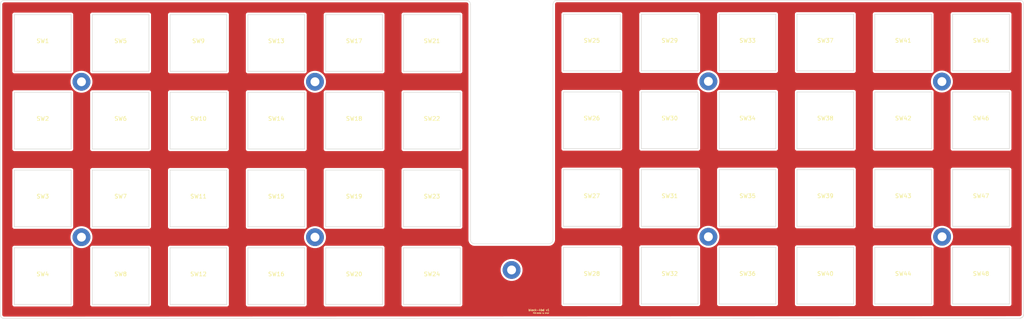
<source format=kicad_pcb>
(kicad_pcb (version 20211014) (generator pcbnew)
  (layers (0 "F.Cu" signal) (31 "B.Cu" signal) (34 "B.Paste" user) (35 "F.Paste" user) (36 "B.SilkS" user "B.Silkscreen") (37 "F.SilkS" user "F.Silkscreen") (38 "B.Mask" user) (39 "F.Mask" user) (44 "Edge.Cuts" user))
  (net 0 "")
  (footprint "top:mx_cherry_1u_plate" (layer "F.Cu") (at 262.335 119.29)
    (fp_text reference "SW48" (at 0 -0.5 unlocked) (layer "F.SilkS"))
    (fp_text value "SW_PUSH")
    (fp_line (start -7 7) (end 7 7) (layer "Edge.Cuts") (width 0.12))
    (fp_line (start 7 7) (end 7 -7) (layer "Edge.Cuts") (width 0.12))
    (fp_line (start -7 -7) (end -7 7) (layer "Edge.Cuts") (width 0.12))
    (fp_line (start 7 -7) (end -7 -7) (layer "Edge.Cuts") (width 0.12))
  )
  (footprint "MountingHole:MountingHole_2.2mm_M2_Pad" (layer "F.Cu") (at 146.535 117.871)
    (fp_text reference "MH6" hide)
    (fp_text value "M2" hide)
    (pad "1" thru_hole circle (at 0 0) (size 4.4 4.4) (drill 2.2) (layers *.Cu *.Mask))
  )
  (footprint "MountingHole:MountingHole_2.2mm_M2_Pad" (layer "F.Cu") (at 252.685 71.321)
    (fp_text reference "MH9" hide)
    (fp_text value "M2" hide)
    (pad "1" thru_hole circle (at 0 0) (size 4.4 4.4) (drill 2.2) (layers *.Cu *.Mask))
  )
  (footprint "top:mx_cherry_1u_plate" (layer "F.Cu") (at 30.885 80.99)
    (fp_text reference "SW2" (at 0 -0.5 unlocked) (layer "F.SilkS"))
    (fp_text value "SW_PUSH")
    (fp_line (start -7 7) (end 7 7) (layer "Edge.Cuts") (width 0.12))
    (fp_line (start 7 7) (end 7 -7) (layer "Edge.Cuts") (width 0.12))
    (fp_line (start 7 -7) (end -7 -7) (layer "Edge.Cuts") (width 0.12))
    (fp_line (start -7 -7) (end -7 7) (layer "Edge.Cuts") (width 0.12))
  )
  (footprint "top:mx_cherry_1u_plate" (layer "F.Cu") (at 69.285 119.39)
    (fp_text reference "SW12" (at 0 -0.5 unlocked) (layer "F.SilkS"))
    (fp_text value "SW_PUSH")
    (fp_line (start 7 -7) (end -7 -7) (layer "Edge.Cuts") (width 0.12))
    (fp_line (start 7 7) (end 7 -7) (layer "Edge.Cuts") (width 0.12))
    (fp_line (start -7 7) (end 7 7) (layer "Edge.Cuts") (width 0.12))
    (fp_line (start -7 -7) (end -7 7) (layer "Edge.Cuts") (width 0.12))
  )
  (footprint "top:mx_cherry_1u_plate" (layer "F.Cu") (at 166.335 119.29)
    (fp_text reference "SW28" (at 0 -0.5 unlocked) (layer "F.SilkS"))
    (fp_text value "SW_PUSH")
    (fp_line (start 7 7) (end 7 -7) (layer "Edge.Cuts") (width 0.12))
    (fp_line (start -7 -7) (end -7 7) (layer "Edge.Cuts") (width 0.12))
    (fp_line (start -7 7) (end 7 7) (layer "Edge.Cuts") (width 0.12))
    (fp_line (start 7 -7) (end -7 -7) (layer "Edge.Cuts") (width 0.12))
  )
  (footprint "top:mx_cherry_1u_plate" (layer "F.Cu") (at 126.885 61.79)
    (fp_text reference "SW21" (at 0 -0.5 unlocked) (layer "F.SilkS"))
    (fp_text value "SW_PUSH")
    (fp_line (start 7 7) (end 7 -7) (layer "Edge.Cuts") (width 0.12))
    (fp_line (start 7 -7) (end -7 -7) (layer "Edge.Cuts") (width 0.12))
    (fp_line (start -7 -7) (end -7 7) (layer "Edge.Cuts") (width 0.12))
    (fp_line (start -7 7) (end 7 7) (layer "Edge.Cuts") (width 0.12))
  )
  (footprint "top:mx_cherry_1u_plate" (layer "F.Cu") (at 262.335 100.09)
    (fp_text reference "SW47" (at 0 -0.5 unlocked) (layer "F.SilkS"))
    (fp_text value "SW_PUSH")
    (fp_line (start 7 7) (end 7 -7) (layer "Edge.Cuts") (width 0.12))
    (fp_line (start -7 -7) (end -7 7) (layer "Edge.Cuts") (width 0.12))
    (fp_line (start 7 -7) (end -7 -7) (layer "Edge.Cuts") (width 0.12))
    (fp_line (start -7 7) (end 7 7) (layer "Edge.Cuts") (width 0.12))
  )
  (footprint "top:mx_cherry_1u_plate" (layer "F.Cu") (at 50.085 119.39)
    (fp_text reference "SW8" (at 0 -0.5 unlocked) (layer "F.SilkS"))
    (fp_text value "SW_PUSH")
    (fp_line (start -7 7) (end 7 7) (layer "Edge.Cuts") (width 0.12))
    (fp_line (start -7 -7) (end -7 7) (layer "Edge.Cuts") (width 0.12))
    (fp_line (start 7 -7) (end -7 -7) (layer "Edge.Cuts") (width 0.12))
    (fp_line (start 7 7) (end 7 -7) (layer "Edge.Cuts") (width 0.12))
  )
  (footprint "top:mx_cherry_1u_plate" (layer "F.Cu") (at 223.935 100.09)
    (fp_text reference "SW39" (at 0 -0.5 unlocked) (layer "F.SilkS"))
    (fp_text value "SW_PUSH")
    (fp_line (start -7 7) (end 7 7) (layer "Edge.Cuts") (width 0.12))
    (fp_line (start 7 -7) (end -7 -7) (layer "Edge.Cuts") (width 0.12))
    (fp_line (start -7 -7) (end -7 7) (layer "Edge.Cuts") (width 0.12))
    (fp_line (start 7 7) (end 7 -7) (layer "Edge.Cuts") (width 0.12))
  )
  (footprint "top:mx_cherry_1u_plate" (layer "F.Cu") (at 88.485 119.39)
    (fp_text reference "SW16" (at 0 -0.5 unlocked) (layer "F.SilkS"))
    (fp_text value "SW_PUSH")
    (fp_line (start -7 7) (end 7 7) (layer "Edge.Cuts") (width 0.12))
    (fp_line (start 7 7) (end 7 -7) (layer "Edge.Cuts") (width 0.12))
    (fp_line (start 7 -7) (end -7 -7) (layer "Edge.Cuts") (width 0.12))
    (fp_line (start -7 -7) (end -7 7) (layer "Edge.Cuts") (width 0.12))
  )
  (footprint "top:mx_cherry_1u_plate" (layer "F.Cu") (at 223.935 80.89)
    (fp_text reference "SW38" (at 0 -0.5 unlocked) (layer "F.SilkS"))
    (fp_text value "SW_PUSH")
    (fp_line (start 7 7) (end 7 -7) (layer "Edge.Cuts") (width 0.12))
    (fp_line (start 7 -7) (end -7 -7) (layer "Edge.Cuts") (width 0.12))
    (fp_line (start -7 -7) (end -7 7) (layer "Edge.Cuts") (width 0.12))
    (fp_line (start -7 7) (end 7 7) (layer "Edge.Cuts") (width 0.12))
  )
  (footprint "top:mx_cherry_1u_plate" (layer "F.Cu") (at 185.535 119.29)
    (fp_text reference "SW32" (at 0 -0.5 unlocked) (layer "F.SilkS"))
    (fp_text value "SW_PUSH")
    (fp_line (start 7 7) (end 7 -7) (layer "Edge.Cuts") (width 0.12))
    (fp_line (start 7 -7) (end -7 -7) (layer "Edge.Cuts") (width 0.12))
    (fp_line (start -7 7) (end 7 7) (layer "Edge.Cuts") (width 0.12))
    (fp_line (start -7 -7) (end -7 7) (layer "Edge.Cuts") (width 0.12))
  )
  (footprint "top:mx_cherry_1u_plate" (layer "F.Cu") (at 223.935 61.69)
    (fp_text reference "SW37" (at 0 -0.5 unlocked) (layer "F.SilkS"))
    (fp_text value "SW_PUSH")
    (fp_line (start -7 7) (end 7 7) (layer "Edge.Cuts") (width 0.12))
    (fp_line (start 7 7) (end 7 -7) (layer "Edge.Cuts") (width 0.12))
    (fp_line (start -7 -7) (end -7 7) (layer "Edge.Cuts") (width 0.12))
    (fp_line (start 7 -7) (end -7 -7) (layer "Edge.Cuts") (width 0.12))
  )
  (footprint "top:mx_cherry_1u_plate" (layer "F.Cu") (at 262.335 80.89)
    (fp_text reference "SW46" (at 0 -0.5 unlocked) (layer "F.SilkS"))
    (fp_text value "SW_PUSH")
    (fp_line (start -7 7) (end 7 7) (layer "Edge.Cuts") (width 0.12))
    (fp_line (start -7 -7) (end -7 7) (layer "Edge.Cuts") (width 0.12))
    (fp_line (start 7 -7) (end -7 -7) (layer "Edge.Cuts") (width 0.12))
    (fp_line (start 7 7) (end 7 -7) (layer "Edge.Cuts") (width 0.12))
  )
  (footprint "top:mx_cherry_1u_plate" (layer "F.Cu") (at 30.885 61.79)
    (fp_text reference "SW1" (at 0 -0.5 unlocked) (layer "F.SilkS"))
    (fp_text value "SW_PUSH")
    (fp_line (start 7 7) (end 7 -7) (layer "Edge.Cuts") (width 0.12))
    (fp_line (start 7 -7) (end -7 -7) (layer "Edge.Cuts") (width 0.12))
    (fp_line (start -7 -7) (end -7 7) (layer "Edge.Cuts") (width 0.12))
    (fp_line (start -7 7) (end 7 7) (layer "Edge.Cuts") (width 0.12))
  )
  (footprint "top:mx_cherry_1u_plate" (layer "F.Cu") (at 50.085 100.19)
    (fp_text reference "SW7" (at 0 -0.5 unlocked) (layer "F.SilkS"))
    (fp_text value "SW_PUSH")
    (fp_line (start -7 7) (end 7 7) (layer "Edge.Cuts") (width 0.12))
    (fp_line (start -7 -7) (end -7 7) (layer "Edge.Cuts") (width 0.12))
    (fp_line (start 7 7) (end 7 -7) (layer "Edge.Cuts") (width 0.12))
    (fp_line (start 7 -7) (end -7 -7) (layer "Edge.Cuts") (width 0.12))
  )
  (footprint "top:mx_cherry_1u_plate" (layer "F.Cu") (at 243.135 119.29)
    (fp_text reference "SW44" (at 0 -0.5 unlocked) (layer "F.SilkS"))
    (fp_text value "SW_PUSH")
    (fp_line (start 7 7) (end 7 -7) (layer "Edge.Cuts") (width 0.12))
    (fp_line (start 7 -7) (end -7 -7) (layer "Edge.Cuts") (width 0.12))
    (fp_line (start -7 -7) (end -7 7) (layer "Edge.Cuts") (width 0.12))
    (fp_line (start -7 7) (end 7 7) (layer "Edge.Cuts") (width 0.12))
  )
  (footprint "MountingHole:MountingHole_2.2mm_M2_Pad" (layer "F.Cu") (at 98.035 71.371)
    (fp_text reference "MH3" hide)
    (fp_text value "M2" hide)
    (pad "1" thru_hole circle (at 0 0) (size 4.4 4.4) (drill 2.2) (layers *.Cu *.Mask))
  )
  (footprint "top:mx_cherry_1u_plate" (layer "F.Cu") (at 69.285 61.79)
    (fp_text reference "SW9" (at 0 -0.5 unlocked) (layer "F.SilkS"))
    (fp_text value "SW_PUSH")
    (fp_line (start 7 7) (end 7 -7) (layer "Edge.Cuts") (width 0.12))
    (fp_line (start -7 7) (end 7 7) (layer "Edge.Cuts") (width 0.12))
    (fp_line (start 7 -7) (end -7 -7) (layer "Edge.Cuts") (width 0.12))
    (fp_line (start -7 -7) (end -7 7) (layer "Edge.Cuts") (width 0.12))
  )
  (footprint "top:mx_cherry_1u_plate" (layer "F.Cu") (at 204.735 61.69)
    (fp_text reference "SW33" (at 0 -0.5 unlocked) (layer "F.SilkS"))
    (fp_text value "SW_PUSH")
    (fp_line (start -7 -7) (end -7 7) (layer "Edge.Cuts") (width 0.12))
    (fp_line (start -7 7) (end 7 7) (layer "Edge.Cuts") (width 0.12))
    (fp_line (start 7 -7) (end -7 -7) (layer "Edge.Cuts") (width 0.12))
    (fp_line (start 7 7) (end 7 -7) (layer "Edge.Cuts") (width 0.12))
  )
  (footprint "top:mx_cherry_1u_plate" (layer "F.Cu") (at 30.885 119.39)
    (fp_text reference "SW4" (at 0 -0.5 unlocked) (layer "F.SilkS"))
    (fp_text value "SW_PUSH")
    (fp_line (start -7 -7) (end -7 7) (layer "Edge.Cuts") (width 0.12))
    (fp_line (start 7 7) (end 7 -7) (layer "Edge.Cuts") (width 0.12))
    (fp_line (start 7 -7) (end -7 -7) (layer "Edge.Cuts") (width 0.12))
    (fp_line (start -7 7) (end 7 7) (layer "Edge.Cuts") (width 0.12))
  )
  (footprint "top:mx_cherry_1u_plate" (layer "F.Cu") (at 243.135 61.69)
    (fp_text reference "SW41" (at 0 -0.5 unlocked) (layer "F.SilkS"))
    (fp_text value "SW_PUSH")
    (fp_line (start -7 7) (end 7 7) (layer "Edge.Cuts") (width 0.12))
    (fp_line (start 7 -7) (end -7 -7) (layer "Edge.Cuts") (width 0.12))
    (fp_line (start 7 7) (end 7 -7) (layer "Edge.Cuts") (width 0.12))
    (fp_line (start -7 -7) (end -7 7) (layer "Edge.Cuts") (width 0.12))
  )
  (footprint "top:mx_cherry_1u_plate" (layer "F.Cu") (at 185.535 61.69)
    (fp_text reference "SW29" (at 0 -0.5 unlocked) (layer "F.SilkS"))
    (fp_text value "SW_PUSH")
    (fp_line (start 7 -7) (end -7 -7) (layer "Edge.Cuts") (width 0.12))
    (fp_line (start -7 7) (end 7 7) (layer "Edge.Cuts") (width 0.12))
    (fp_line (start 7 7) (end 7 -7) (layer "Edge.Cuts") (width 0.12))
    (fp_line (start -7 -7) (end -7 7) (layer "Edge.Cuts") (width 0.12))
  )
  (footprint "top:mx_cherry_1u_plate" (layer "F.Cu") (at 126.885 80.99)
    (fp_text reference "SW22" (at 0 -0.5 unlocked) (layer "F.SilkS"))
    (fp_text value "SW_PUSH")
    (fp_line (start 7 -7) (end -7 -7) (layer "Edge.Cuts") (width 0.12))
    (fp_line (start 7 7) (end 7 -7) (layer "Edge.Cuts") (width 0.12))
    (fp_line (start -7 7) (end 7 7) (layer "Edge.Cuts") (width 0.12))
    (fp_line (start -7 -7) (end -7 7) (layer "Edge.Cuts") (width 0.12))
  )
  (footprint "top:mx_cherry_1u_plate" (layer "F.Cu") (at 223.935 119.29)
    (fp_text reference "SW40" (at 0 -0.5 unlocked) (layer "F.SilkS"))
    (fp_text value "SW_PUSH")
    (fp_line (start 7 7) (end 7 -7) (layer "Edge.Cuts") (width 0.12))
    (fp_line (start 7 -7) (end -7 -7) (layer "Edge.Cuts") (width 0.12))
    (fp_line (start -7 -7) (end -7 7) (layer "Edge.Cuts") (width 0.12))
    (fp_line (start -7 7) (end 7 7) (layer "Edge.Cuts") (width 0.12))
  )
  (footprint "MountingHole:MountingHole_2.2mm_M2_Pad" (layer "F.Cu") (at 98.035 109.771)
    (fp_text reference "MH4" hide)
    (fp_text value "M2" hide)
    (pad "1" thru_hole circle (at 0 0) (size 4.4 4.4) (drill 2.2) (layers *.Cu *.Mask))
  )
  (footprint "top:mx_cherry_1u_plate" (layer "F.Cu") (at 69.285 80.99)
    (fp_text reference "SW10" (at 0 -0.5 unlocked) (layer "F.SilkS"))
    (fp_text value "SW_PUSH")
    (fp_line (start -7 7) (end 7 7) (layer "Edge.Cuts") (width 0.12))
    (fp_line (start 7 7) (end 7 -7) (layer "Edge.Cuts") (width 0.12))
    (fp_line (start -7 -7) (end -7 7) (layer "Edge.Cuts") (width 0.12))
    (fp_line (start 7 -7) (end -7 -7) (layer "Edge.Cuts") (width 0.12))
  )
  (footprint "top:mx_cherry_1u_plate" (layer "F.Cu") (at 126.885 100.19)
    (fp_text reference "SW23" (at 0 -0.5 unlocked) (layer "F.SilkS"))
    (fp_text value "SW_PUSH")
    (fp_line (start -7 7) (end 7 7) (layer "Edge.Cuts") (width 0.12))
    (fp_line (start -7 -7) (end -7 7) (layer "Edge.Cuts") (width 0.12))
    (fp_line (start 7 7) (end 7 -7) (layer "Edge.Cuts") (width 0.12))
    (fp_line (start 7 -7) (end -7 -7) (layer "Edge.Cuts") (width 0.12))
  )
  (footprint "top:mx_cherry_1u_plate" (layer "F.Cu") (at 88.485 80.99)
    (fp_text reference "SW14" (at 0 -0.5 unlocked) (layer "F.SilkS"))
    (fp_text value "SW_PUSH")
    (fp_line (start -7 -7) (end -7 7) (layer "Edge.Cuts") (width 0.12))
    (fp_line (start 7 -7) (end -7 -7) (layer "Edge.Cuts") (width 0.12))
    (fp_line (start 7 7) (end 7 -7) (layer "Edge.Cuts") (width 0.12))
    (fp_line (start -7 7) (end 7 7) (layer "Edge.Cuts") (width 0.12))
  )
  (footprint "top:mx_cherry_1u_plate" (layer "F.Cu") (at 166.335 61.69)
    (fp_text reference "SW25" (at 0 -0.5 unlocked) (layer "F.SilkS"))
    (fp_text value "SW_PUSH")
    (fp_line (start -7 -7) (end -7 7) (layer "Edge.Cuts") (width 0.12))
    (fp_line (start 7 -7) (end -7 -7) (layer "Edge.Cuts") (width 0.12))
    (fp_line (start -7 7) (end 7 7) (layer "Edge.Cuts") (width 0.12))
    (fp_line (start 7 7) (end 7 -7) (layer "Edge.Cuts") (width 0.12))
  )
  (footprint "MountingHole:MountingHole_2.2mm_M2_Pad" (layer "F.Cu") (at 252.735 109.671)
    (fp_text reference "MH10" hide)
    (fp_text value "M2" hide)
    (pad "1" thru_hole circle (at 0 0) (size 4.4 4.4) (drill 2.2) (layers *.Cu *.Mask))
  )
  (footprint "MountingHole:MountingHole_2.2mm_M2_Pad" (layer "F.Cu") (at 40.435 109.771)
    (fp_text reference "MH2" hide)
    (fp_text value "M2" hide)
    (pad "1" thru_hole circle (at 0 0) (size 4.4 4.4) (drill 2.2) (layers *.Cu *.Mask))
  )
  (footprint "top:mx_cherry_1u_plate" (layer "F.Cu") (at 204.735 80.89)
    (fp_text reference "SW34" (at 0 -0.5 unlocked) (layer "F.SilkS"))
    (fp_text value "SW_PUSH")
    (fp_line (start 7 -7) (end -7 -7) (layer "Edge.Cuts") (width 0.12))
    (fp_line (start 7 7) (end 7 -7) (layer "Edge.Cuts") (width 0.12))
    (fp_line (start -7 -7) (end -7 7) (layer "Edge.Cuts") (width 0.12))
    (fp_line (start -7 7) (end 7 7) (layer "Edge.Cuts") (width 0.12))
  )
  (footprint "top:mx_cherry_1u_plate" (layer "F.Cu") (at 50.085 80.99)
    (fp_text reference "SW6" (at 0 -0.5 unlocked) (layer "F.SilkS"))
    (fp_text value "SW_PUSH")
    (fp_line (start -7 -7) (end -7 7) (layer "Edge.Cuts") (width 0.12))
    (fp_line (start -7 7) (end 7 7) (layer "Edge.Cuts") (width 0.12))
    (fp_line (start 7 7) (end 7 -7) (layer "Edge.Cuts") (width 0.12))
    (fp_line (start 7 -7) (end -7 -7) (layer "Edge.Cuts") (width 0.12))
  )
  (footprint "top:mx_cherry_1u_plate" (layer "F.Cu") (at 107.685 80.99)
    (fp_text reference "SW18" (at 0 -0.5 unlocked) (layer "F.SilkS"))
    (fp_text value "SW_PUSH")
    (fp_line (start 7 -7) (end -7 -7) (layer "Edge.Cuts") (width 0.12))
    (fp_line (start -7 -7) (end -7 7) (layer "Edge.Cuts") (width 0.12))
    (fp_line (start 7 7) (end 7 -7) (layer "Edge.Cuts") (width 0.12))
    (fp_line (start -7 7) (end 7 7) (layer "Edge.Cuts") (width 0.12))
  )
  (footprint "MountingHole:MountingHole_2.2mm_M2_Pad" (layer "F.Cu") (at 195.085 71.271)
    (fp_text reference "MH7" hide)
    (fp_text value "M2" hide)
    (pad "1" thru_hole circle (at 0 0) (size 4.4 4.4) (drill 2.2) (layers *.Cu *.Mask))
  )
  (footprint "top:mx_cherry_1u_plate" (layer "F.Cu") (at 88.485 100.19)
    (fp_text reference "SW15" (at 0 -0.5 unlocked) (layer "F.SilkS"))
    (fp_text value "SW_PUSH")
    (fp_line (start -7 7) (end 7 7) (layer "Edge.Cuts") (width 0.12))
    (fp_line (start 7 7) (end 7 -7) (layer "Edge.Cuts") (width 0.12))
    (fp_line (start -7 -7) (end -7 7) (layer "Edge.Cuts") (width 0.12))
    (fp_line (start 7 -7) (end -7 -7) (layer "Edge.Cuts") (width 0.12))
  )
  (footprint "top:mx_cherry_1u_plate" (layer "F.Cu") (at 262.335 61.69)
    (fp_text reference "SW45" (at 0 -0.5 unlocked) (layer "F.SilkS"))
    (fp_text value "SW_PUSH")
    (fp_line (start 7 -7) (end -7 -7) (layer "Edge.Cuts") (width 0.12))
    (fp_line (start -7 -7) (end -7 7) (layer "Edge.Cuts") (width 0.12))
    (fp_line (start 7 7) (end 7 -7) (layer "Edge.Cuts") (width 0.12))
    (fp_line (start -7 7) (end 7 7) (layer "Edge.Cuts") (width 0.12))
  )
  (footprint "top:mx_cherry_1u_plate" (layer "F.Cu") (at 204.735 119.29)
    (fp_text reference "SW36" (at 0 -0.5 unlocked) (layer "F.SilkS"))
    (fp_text value "SW_PUSH")
    (fp_line (start 7 -7) (end -7 -7) (layer "Edge.Cuts") (width 0.12))
    (fp_line (start -7 7) (end 7 7) (layer "Edge.Cuts") (width 0.12))
    (fp_line (start -7 -7) (end -7 7) (layer "Edge.Cuts") (width 0.12))
    (fp_line (start 7 7) (end 7 -7) (layer "Edge.Cuts") (width 0.12))
  )
  (footprint "top:mx_cherry_1u_plate" (layer "F.Cu") (at 185.535 80.89)
    (fp_text reference "SW30" (at 0 -0.5 unlocked) (layer "F.SilkS"))
    (fp_text value "SW_PUSH")
    (fp_line (start -7 -7) (end -7 7) (layer "Edge.Cuts") (width 0.12))
    (fp_line (start -7 7) (end 7 7) (layer "Edge.Cuts") (width 0.12))
    (fp_line (start 7 -7) (end -7 -7) (layer "Edge.Cuts") (width 0.12))
    (fp_line (start 7 7) (end 7 -7) (layer "Edge.Cuts") (width 0.12))
  )
  (footprint "MountingHole:MountingHole_2.2mm_M2_Pad" (layer "F.Cu") (at 195.085 109.671)
    (fp_text reference "MH8" hide)
    (fp_text value "M2" hide)
    (pad "1" thru_hole circle (at 0 0) (size 4.4 4.4) (drill 2.2) (layers *.Cu *.Mask))
  )
  (footprint "top:mx_cherry_1u_plate" (layer "F.Cu") (at 204.735 100.09)
    (fp_text reference "SW35" (at 0 -0.5 unlocked) (layer "F.SilkS"))
    (fp_text value "SW_PUSH")
    (fp_line (start 7 -7) (end -7 -7) (layer "Edge.Cuts") (width 0.12))
    (fp_line (start 7 7) (end 7 -7) (layer "Edge.Cuts") (width 0.12))
    (fp_line (start -7 -7) (end -7 7) (layer "Edge.Cuts") (width 0.12))
    (fp_line (start -7 7) (end 7 7) (layer "Edge.Cuts") (width 0.12))
  )
  (footprint "top:mx_cherry_1u_plate" (layer "F.Cu") (at 107.685 100.19)
    (fp_text reference "SW19" (at 0 -0.5 unlocked) (layer "F.SilkS"))
    (fp_text value "SW_PUSH")
    (fp_line (start -7 -7) (end -7 7) (layer "Edge.Cuts") (width 0.12))
    (fp_line (start -7 7) (end 7 7) (layer "Edge.Cuts") (width 0.12))
    (fp_line (start 7 7) (end 7 -7) (layer "Edge.Cuts") (width 0.12))
    (fp_line (start 7 -7) (end -7 -7) (layer "Edge.Cuts") (width 0.12))
  )
  (footprint "top:mx_cherry_1u_plate" (layer "F.Cu") (at 50.085 61.79)
    (fp_text reference "SW5" (at 0 -0.5 unlocked) (layer "F.SilkS"))
    (fp_text value "SW_PUSH")
    (fp_line (start 7 7) (end 7 -7) (layer "Edge.Cuts") (width 0.12))
    (fp_line (start -7 -7) (end -7 7) (layer "Edge.Cuts") (width 0.12))
    (fp_line (start -7 7) (end 7 7) (layer "Edge.Cuts") (width 0.12))
    (fp_line (start 7 -7) (end -7 -7) (layer "Edge.Cuts") (width 0.12))
  )
  (footprint "top:mx_cherry_1u_plate" (layer "F.Cu") (at 166.335 80.89)
    (fp_text reference "SW26" (at 0 -0.5 unlocked) (layer "F.SilkS"))
    (fp_text value "SW_PUSH")
    (fp_line (start 7 7) (end 7 -7) (layer "Edge.Cuts") (width 0.12))
    (fp_line (start 7 -7) (end -7 -7) (layer "Edge.Cuts") (width 0.12))
    (fp_line (start -7 -7) (end -7 7) (layer "Edge.Cuts") (width 0.12))
    (fp_line (start -7 7) (end 7 7) (layer "Edge.Cuts") (width 0.12))
  )
  (footprint "top:mx_cherry_1u_plate" (layer "F.Cu") (at 166.335 100.09)
    (fp_text reference "SW27" (at 0 -0.5 unlocked) (layer "F.SilkS"))
    (fp_text value "SW_PUSH")
    (fp_line (start -7 7) (end 7 7) (layer "Edge.Cuts") (width 0.12))
    (fp_line (start -7 -7) (end -7 7) (layer "Edge.Cuts") (width 0.12))
    (fp_line (start 7 7) (end 7 -7) (layer "Edge.Cuts") (width 0.12))
    (fp_line (start 7 -7) (end -7 -7) (layer "Edge.Cuts") (width 0.12))
  )
  (footprint "top:mx_cherry_1u_plate" (layer "F.Cu") (at 69.285 100.19)
    (fp_text reference "SW11" (at 0 -0.5 unlocked) (layer "F.SilkS"))
    (fp_text value "SW_PUSH")
    (fp_line (start -7 7) (end 7 7) (layer "Edge.Cuts") (width 0.12))
    (fp_line (start 7 7) (end 7 -7) (layer "Edge.Cuts") (width 0.12))
    (fp_line (start 7 -7) (end -7 -7) (layer "Edge.Cuts") (width 0.12))
    (fp_line (start -7 -7) (end -7 7) (layer "Edge.Cuts") (width 0.12))
  )
  (footprint "top:mx_cherry_1u_plate" (layer "F.Cu") (at 243.135 100.09)
    (fp_text reference "SW43" (at 0 -0.5 unlocked) (layer "F.SilkS"))
    (fp_text value "SW_PUSH")
    (fp_line (start -7 -7) (end -7 7) (layer "Edge.Cuts") (width 0.12))
    (fp_line (start -7 7) (end 7 7) (layer "Edge.Cuts") (width 0.12))
    (fp_line (start 7 7) (end 7 -7) (layer "Edge.Cuts") (width 0.12))
    (fp_line (start 7 -7) (end -7 -7) (layer "Edge.Cuts") (width 0.12))
  )
  (footprint "top:mx_cherry_1u_plate" (layer "F.Cu") (at 107.685 61.79)
    (fp_text reference "SW17" (at 0 -0.5 unlocked) (layer "F.SilkS"))
    (fp_text value "SW_PUSH")
    (fp_line (start -7 7) (end 7 7) (layer "Edge.Cuts") (width 0.12))
    (fp_line (start 7 7) (end 7 -7) (layer "Edge.Cuts") (width 0.12))
    (fp_line (start -7 -7) (end -7 7) (layer "Edge.Cuts") (width 0.12))
    (fp_line (start 7 -7) (end -7 -7) (layer "Edge.Cuts") (width 0.12))
  )
  (footprint "top:mx_cherry_1u_plate" (layer "F.Cu") (at 185.535 100.09)
    (fp_text reference "SW31" (at 0 -0.5 unlocked) (layer "F.SilkS"))
    (fp_text value "SW_PUSH")
    (fp_line (start 7 7) (end 7 -7) (layer "Edge.Cuts") (width 0.12))
    (fp_line (start -7 -7) (end -7 7) (layer "Edge.Cuts") (width 0.12))
    (fp_line (start -7 7) (end 7 7) (layer "Edge.Cuts") (width 0.12))
    (fp_line (start 7 -7) (end -7 -7) (layer "Edge.Cuts") (width 0.12))
  )
  (footprint "top:mx_cherry_1u_plate" (layer "F.Cu") (at 107.685 119.39)
    (fp_text reference "SW20" (at 0 -0.5 unlocked) (layer "F.SilkS"))
    (fp_text value "SW_PUSH")
    (fp_line (start 7 -7) (end -7 -7) (layer "Edge.Cuts") (width 0.12))
    (fp_line (start -7 -7) (end -7 7) (layer "Edge.Cuts") (width 0.12))
    (fp_line (start 7 7) (end 7 -7) (layer "Edge.Cuts") (width 0.12))
    (fp_line (start -7 7) (end 7 7) (layer "Edge.Cuts") (width 0.12))
  )
  (footprint "top:mx_cherry_1u_plate" (layer "F.Cu") (at 126.885 119.39)
    (fp_text reference "SW24" (at 0 -0.5 unlocked) (layer "F.SilkS"))
    (fp_text value "SW_PUSH")
    (fp_line (start -7 -7) (end -7 7) (layer "Edge.Cuts") (width 0.12))
    (fp_line (start 7 7) (end 7 -7) (layer "Edge.Cuts") (width 0.12))
    (fp_line (start 7 -7) (end -7 -7) (layer "Edge.Cuts") (width 0.12))
    (fp_line (start -7 7) (end 7 7) (layer "Edge.Cuts") (width 0.12))
  )
  (footprint "top:mx_cherry_1u_plate" (layer "F.Cu") (at 88.485 61.79)
    (fp_text reference "SW13" (at 0 -0.5 unlocked) (layer "F.SilkS"))
    (fp_text value "SW_PUSH")
    (fp_line (start 7 -7) (end -7 -7) (layer "Edge.Cuts") (width 0.12))
    (fp_line (start -7 -7) (end -7 7) (layer "Edge.Cuts") (width 0.12))
    (fp_line (start -7 7) (end 7 7) (layer "Edge.Cuts") (width 0.12))
    (fp_line (start 7 7) (end 7 -7) (layer "Edge.Cuts") (width 0.12))
  )
  (footprint "top:mx_cherry_1u_plate" (layer "F.Cu") (at 243.135 80.89)
    (fp_text reference "SW42" (at 0 -0.5 unlocked) (layer "F.SilkS"))
    (fp_text value "SW_PUSH")
    (fp_line (start 7 7) (end 7 -7) (layer "Edge.Cuts") (width 0.12))
    (fp_line (start 7 -7) (end -7 -7) (layer "Edge.Cuts") (width 0.12))
    (fp_line (start -7 7) (end 7 7) (layer "Edge.Cuts") (width 0.12))
    (fp_line (start -7 -7) (end -7 7) (layer "Edge.Cuts") (width 0.12))
  )
  (footprint "top:mx_cherry_1u_plate" (layer "F.Cu") (at 30.885 100.19)
    (fp_text reference "SW3" (at 0 -0.5 unlocked) (layer "F.SilkS"))
    (fp_text value "SW_PUSH")
    (fp_line (start -7 7) (end 7 7) (layer "Edge.Cuts") (width 0.12))
    (fp_line (start -7 -7) (end -7 7) (layer "Edge.Cuts") (width 0.12))
    (fp_line (start 7 -7) (end -7 -7) (layer "Edge.Cuts") (width 0.12))
    (fp_line (start 7 7) (end 7 -7) (layer "Edge.Cuts") (width 0.12))
  )
  (footprint "MountingHole:MountingHole_2.2mm_M2_Pad" (layer "B.Cu") (at 40.435 71.371 180)
    (fp_text reference "MH1" hide)
    (fp_text value "M2" hide)
    (pad "1" thru_hole circle (at 0 0 180) (size 4.4 4.4) (drill 2.2) (layers *.Cu *.Mask))
  )
  (gr_arc (start 156.75 110.3) (mid 156.460345 111.074647) (end 155.7 111.4) (layer "Edge.Cuts") (width 0.1))
  (gr_line (start 137.4 111.4) (end 155.7 111.4) (layer "Edge.Cuts") (width 0.1))
  (gr_line (start 21.385 129.89) (end 271.885 129.79) (layer "Edge.Cuts") (width 0.1))
  (gr_line (start 156.75 52.225) (end 156.75 110.3) (layer "Edge.Cuts") (width 0.1))
  (gr_line (start 272.885 128.79) (end 272.885 52.19) (layer "Edge.Cuts") (width 0.1))
  (gr_line (start 136.4 52.25) (end 136.4 110.4) (layer "Edge.Cuts") (width 0.1))
  (gr_arc (start 271.885 51.225) (mid 272.589911 51.495157) (end 272.885 52.19) (layer "Edge.Cuts") (width 0.1))
  (gr_line (start 20.385 52.29) (end 20.385 128.89) (layer "Edge.Cuts") (width 0.1))
  (gr_arc (start 20.385 52.29) (mid 20.675556 51.568611) (end 21.385 51.25) (layer "Edge.Cuts") (width 0.1))
  (gr_line (start 157.75 51.225) (end 271.885 51.225) (layer "Edge.Cuts") (width 0.1))
  (gr_arc (start 21.385 129.89) (mid 20.677893 129.597107) (end 20.385 128.89) (layer "Edge.Cuts") (width 0.1))
  (gr_line (start 135.4 51.25) (end 21.385 51.25) (layer "Edge.Cuts") (width 0.1))
  (gr_arc (start 156.75 52.225) (mid 157.042893 51.517893) (end 157.75 51.225) (layer "Edge.Cuts") (width 0.1))
  (gr_arc (start 272.885 128.79) (mid 272.592104 129.497093) (end 271.885 129.79) (layer "Edge.Cuts") (width 0.15))
  (gr_arc (start 135.4 51.25) (mid 136.107107 51.542893) (end 136.4 52.25) (layer "Edge.Cuts") (width 0.1))
  (gr_arc (start 137.4 111.4) (mid 136.692893 111.107107) (end 136.4 110.4) (layer "Edge.Cuts") (width 0.1))
  (gr_text "PCB design by bncpr" (at 153.785 128.521) (layer "F.SilkS") (effects (font (size 0.25 0.25) (thickness 0.0625))))
  (gr_text "block-kbd v1" (at 153.285 127.771) (layer "F.SilkS") (effects (font (size 0.5 0.5) (thickness 0.1))))
  (zone (net 0) (net_name "") (layer "F.Cu") (connect_pads (clearance 0.508)) (min_thickness 0.254) (fill yes (thermal_gap 0.508) (thermal_bridge_width 0.508) (island_removal_mode 2) (island_area_min 0))
    (polygon (pts (xy 272.935 129.871) (xy 20.335 129.971) (xy 20.335 51.271) (xy 272.935 51.171)))
  )
)
</source>
